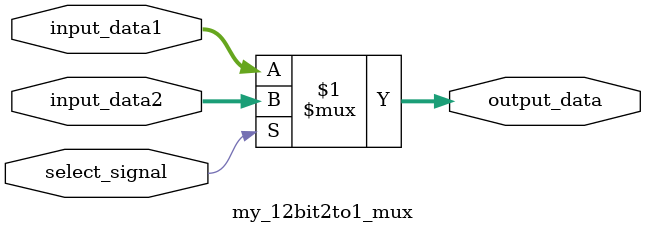
<source format=v>
module my_12bit2to1_mux(input_data1, input_data2, output_data, select_signal);
   
    input [11:0] input_data1;
    input [11:0] input_data2;
    
    input select_signal;
    
    output [11:0] output_data;
    
    assign output_data = select_signal ? input_data2 : input_data1;
    
endmodule
</source>
